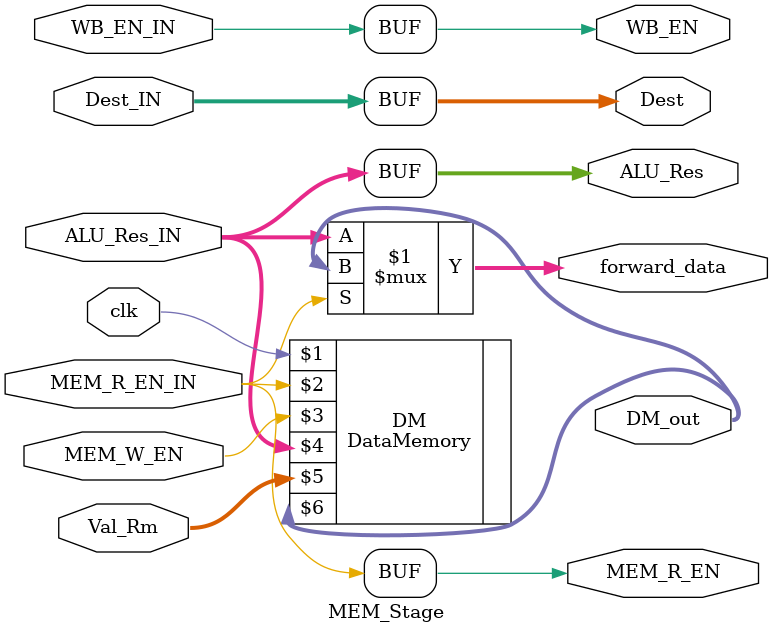
<source format=v>
module MEM_Stage(input clk, WB_EN_IN, MEM_R_EN_IN, MEM_W_EN, 
                 input [3:0] Dest_IN,
                 input [31:0] ALU_Res_IN, Val_Rm, 
                 output WB_EN, MEM_R_EN,
                 output [31:0] ALU_Res, DM_out,
                 output [3:0] Dest,
		 output [31:0] forward_data);
                 
  assign ALU_Res = ALU_Res_IN;
  assign Dest = Dest_IN;
  assign WB_EN = WB_EN_IN;
  assign MEM_R_EN = MEM_R_EN_IN;
  assign forward_data = (MEM_R_EN_IN)? DM_out : ALU_Res_IN;
  DataMemory DM(clk, MEM_R_EN_IN, MEM_W_EN, ALU_Res_IN, Val_Rm, DM_out);

endmodule


</source>
